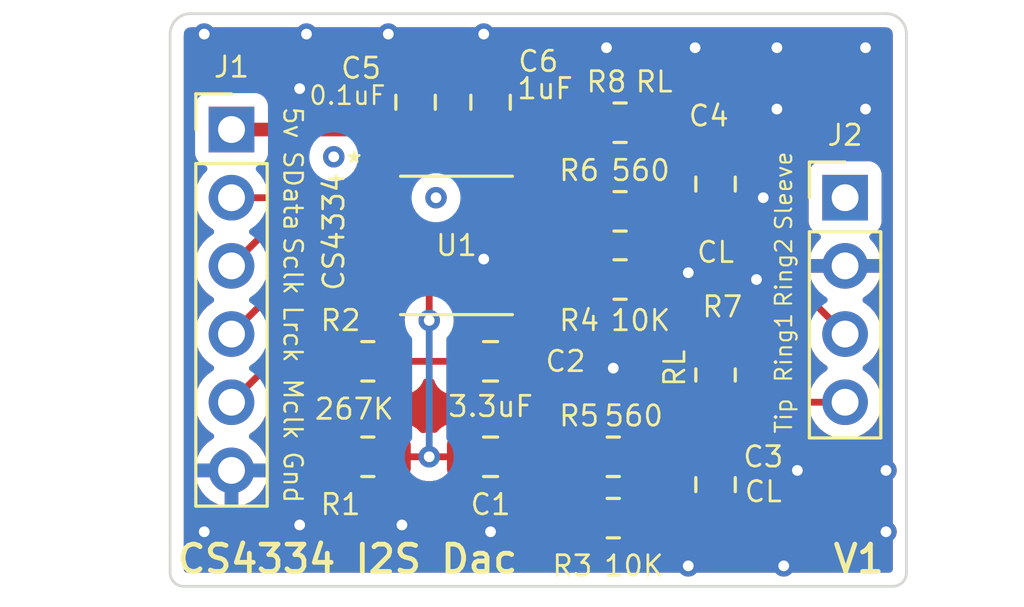
<source format=kicad_pcb>
(kicad_pcb (version 20211014) (generator pcbnew)
  (layers (0 "F.Cu" signal) (31 "B.Cu" signal) (34 "B.Paste" user) (35 "F.Paste" user) (36 "B.SilkS" user "B.Silkscreen") (37 "F.SilkS" user "F.Silkscreen") (38 "B.Mask" user) (39 "F.Mask" user) (44 "Edge.Cuts" user))
  (net 0 "")
  (net 1 "AOUTL")
  (net 2 "Net-(C1-Pad2)")
  (net 3 "AOUTR")
  (net 4 "Net-(C2-Pad2)")
  (net 5 "LEFTOUT")
  (net 6 "RIGHTOUT")
  (net 7 "+5V")
  (net 8 "SDATA")
  (net 9 "SCLK")
  (net 10 "LRCK")
  (net 11 "MCLK")
  (net 12 "GND")
  (footprint "Resistor_SMD:R_0805_2012Metric_Pad1.20x1.40mm_HandSolder" (layer "F.Cu") (at 160.02 108.712 180)
    (fp_text reference "R1" (at 1.016 -1.778) (layer "F.SilkS") (effects (font (size 0.762 0.762) (thickness 0.1016))))
    (fp_text value "267K" (at 0.508 1.778) (layer "F.SilkS") (effects (font (size 0.762 0.762) (thickness 0.1016))))
    (fp_line (start -0.227064 -0.735) (end 0.227064 -0.735) (layer "F.SilkS") (width 0.12))
    (fp_line (start -0.227064 0.735) (end 0.227064 0.735) (layer "F.SilkS") (width 0.12))
    (pad "1" smd roundrect (at -1 0 180) (size 1.2 1.4) (layers "F.Cu" "F.Paste" "F.Mask") (roundrect_rratio 0.2083333333) (net 1 "AOUTL"))
    (pad "2" smd roundrect (at 1 0 180) (size 1.2 1.4) (layers "F.Cu" "F.Paste" "F.Mask") (roundrect_rratio 0.2083333333) (net 12 "GND"))
  )
  (footprint "Capacitor_SMD:C_0805_2012Metric_Pad1.18x1.45mm_HandSolder" (layer "F.Cu") (at 164.592 108.712)
    (fp_text reference "C1" (at 0 1.778) (layer "F.SilkS") (effects (font (size 0.762 0.762) (thickness 0.1016))))
    (fp_text value "3.3uF")
    (fp_line (start -0.261252 -0.735) (end 0.261252 -0.735) (layer "F.SilkS") (width 0.12))
    (fp_line (start -0.261252 0.735) (end 0.261252 0.735) (layer "F.SilkS") (width 0.12))
    (pad "1" smd roundrect (at -1.0375 0) (size 1.175 1.45) (layers "F.Cu" "F.Paste" "F.Mask") (roundrect_rratio 0.2127659574) (net 1 "AOUTL"))
    (pad "2" smd roundrect (at 1.0375 0) (size 1.175 1.45) (layers "F.Cu" "F.Paste" "F.Mask") (roundrect_rratio 0.2127659574) (net 2 "Net-(C1-Pad2)"))
  )
  (footprint "Connector_PinHeader_2.54mm:PinHeader_1x04_P2.54mm_Vertical" (layer "F.Cu") (at 177.8 99.06)
    (fp_text reference "J2" (at 0 -2.33) (layer "F.SilkS") (effects (font (size 0.762 0.762) (thickness 0.1016))))
    (fp_text value "HeadphoneOutput")
    (fp_line (start -1.33 -1.33) (end 0 -1.33) (layer "F.SilkS") (width 0.12))
    (fp_line (start -1.33 1.27) (end -1.33 8.95) (layer "F.SilkS") (width 0.12))
    (fp_line (start -1.33 8.95) (end 1.33 8.95) (layer "F.SilkS") (width 0.12))
    (fp_line (start -1.33 1.27) (end 1.33 1.27) (layer "F.SilkS") (width 0.12))
    (fp_line (start -1.33 0) (end -1.33 -1.33) (layer "F.SilkS") (width 0.12))
    (fp_line (start 1.33 1.27) (end 1.33 8.95) (layer "F.SilkS") (width 0.12))
    (pad "1" thru_hole rect (at 0 0) (size 1.7 1.7) (drill 1) (layers *.Cu *.Mask))
    (pad "2" thru_hole oval (at 0 2.54) (size 1.7 1.7) (drill 1) (layers *.Cu *.Mask) (net 12 "GND"))
    (pad "3" thru_hole oval (at 0 5.08) (size 1.7 1.7) (drill 1) (layers *.Cu *.Mask) (net 6 "RIGHTOUT"))
    (pad "4" thru_hole oval (at 0 7.62) (size 1.7 1.7) (drill 1) (layers *.Cu *.Mask) (net 5 "LEFTOUT"))
  )
  (footprint "Resistor_SMD:R_0805_2012Metric_Pad1.20x1.40mm_HandSolder" (layer "F.Cu") (at 169.418 96.266 180)
    (fp_text reference "R8" (at 0.508 1.524) (layer "F.SilkS") (effects (font (size 0.762 0.762) (thickness 0.1016))))
    (fp_text value "RL" (at -1.27 1.524) (layer "F.SilkS") (effects (font (size 0.762 0.762) (thickness 0.1016))))
    (fp_line (start -0.227064 -0.735) (end 0.227064 -0.735) (layer "F.SilkS") (width 0.12))
    (fp_line (start -0.227064 0.735) (end 0.227064 0.735) (layer "F.SilkS") (width 0.12))
    (pad "1" smd roundrect (at -1 0 180) (size 1.2 1.4) (layers "F.Cu" "F.Paste" "F.Mask") (roundrect_rratio 0.2083333333) (net 6 "RIGHTOUT"))
    (pad "2" smd roundrect (at 1 0 180) (size 1.2 1.4) (layers "F.Cu" "F.Paste" "F.Mask") (roundrect_rratio 0.2083333333) (net 12 "GND"))
  )
  (footprint "Resistor_SMD:R_0805_2012Metric_Pad1.20x1.40mm_HandSolder" (layer "F.Cu") (at 169.418 102.108)
    (fp_text reference "R4" (at -1.524 1.524) (layer "F.SilkS") (effects (font (size 0.762 0.762) (thickness 0.1016))))
    (fp_text value "10K" (at 0.762 1.524) (layer "F.SilkS") (effects (font (size 0.762 0.762) (thickness 0.1016))))
    (fp_line (start -0.227064 -0.735) (end 0.227064 -0.735) (layer "F.SilkS") (width 0.12))
    (fp_line (start -0.227064 0.735) (end 0.227064 0.735) (layer "F.SilkS") (width 0.12))
    (pad "1" smd roundrect (at -1 0) (size 1.2 1.4) (layers "F.Cu" "F.Paste" "F.Mask") (roundrect_rratio 0.2083333333) (net 4 "Net-(C2-Pad2)"))
    (pad "2" smd roundrect (at 1 0) (size 1.2 1.4) (layers "F.Cu" "F.Paste" "F.Mask") (roundrect_rratio 0.2083333333) (net 12 "GND"))
  )
  (footprint "Resistor_SMD:R_0805_2012Metric_Pad1.20x1.40mm_HandSolder" (layer "F.Cu") (at 169.418 99.568)
    (fp_text reference "R6" (at -1.524 -1.524) (layer "F.SilkS") (effects (font (size 0.762 0.762) (thickness 0.1016))))
    (fp_text value "560" (at 0.762 -1.524) (layer "F.SilkS") (effects (font (size 0.762 0.762) (thickness 0.1016))))
    (fp_line (start -0.227064 -0.735) (end 0.227064 -0.735) (layer "F.SilkS") (width 0.12))
    (fp_line (start -0.227064 0.735) (end 0.227064 0.735) (layer "F.SilkS") (width 0.12))
    (pad "1" smd roundrect (at -1 0) (size 1.2 1.4) (layers "F.Cu" "F.Paste" "F.Mask") (roundrect_rratio 0.2083333333) (net 4 "Net-(C2-Pad2)"))
    (pad "2" smd roundrect (at 1 0) (size 1.2 1.4) (layers "F.Cu" "F.Paste" "F.Mask") (roundrect_rratio 0.2083333333) (net 6 "RIGHTOUT"))
  )
  (footprint "Resistor_SMD:R_0805_2012Metric_Pad1.20x1.40mm_HandSolder" (layer "F.Cu") (at 172.974 105.664 90)
    (fp_text reference "R7" (at 2.54 0.254 180) (layer "F.SilkS") (effects (font (size 0.762 0.762) (thickness 0.1016))))
    (fp_text value "RL" (at 0.254 -1.524 90) (layer "F.SilkS") (effects (font (size 0.762 0.762) (thickness 0.1016))))
    (fp_line (start -0.227064 -0.735) (end 0.227064 -0.735) (layer "F.SilkS") (width 0.12))
    (fp_line (start -0.227064 0.735) (end 0.227064 0.735) (layer "F.SilkS") (width 0.12))
    (pad "1" smd roundrect (at -1 0 90) (size 1.2 1.4) (layers "F.Cu" "F.Paste" "F.Mask") (roundrect_rratio 0.2083333333) (net 5 "LEFTOUT"))
    (pad "2" smd roundrect (at 1 0 90) (size 1.2 1.4) (layers "F.Cu" "F.Paste" "F.Mask") (roundrect_rratio 0.2083333333) (net 12 "GND"))
  )
  (footprint "Capacitor_SMD:C_0805_2012Metric_Pad1.18x1.45mm_HandSolder" (layer "F.Cu") (at 164.592 95.504 90)
    (fp_text reference "C6" (at 1.524 1.778 180) (layer "F.SilkS") (effects (font (size 0.762 0.762) (thickness 0.1016))))
    (fp_text value "1uF" (at 0.508 2.032 180) (layer "F.SilkS") (effects (font (size 0.762 0.762) (thickness 0.1016))))
    (fp_line (start -0.261252 -0.735) (end 0.261252 -0.735) (layer "F.SilkS") (width 0.12))
    (fp_line (start -0.261252 0.735) (end 0.261252 0.735) (layer "F.SilkS") (width 0.12))
    (pad "1" smd roundrect (at -1.0375 0 90) (size 1.175 1.45) (layers "F.Cu" "F.Paste" "F.Mask") (roundrect_rratio 0.2127659574) (net 7 "+5V"))
    (pad "2" smd roundrect (at 1.0375 0 90) (size 1.175 1.45) (layers "F.Cu" "F.Paste" "F.Mask") (roundrect_rratio 0.2127659574) (net 12 "GND"))
  )
  (footprint "ProjectFootprints:CS4334-KSZR" (layer "F.Cu") (at 163.322 100.838)
    (fp_text reference "U1" (at 0 0) (layer "F.SilkS") (effects (font (size 0.762 0.762) (thickness 0.1016))))
    (fp_text value "CS4334" (at -4.572 -0.508 90) (layer "F.SilkS") (effects (font (size 0.762 0.762) (thickness 0.1016))))
    (fp_text user "*" (at -3.81 -3.048) (layer "F.SilkS") (effects (font (size 0.762 0.762) (thickness 0.1016))))
    (fp_text user "*" (at -3.81 -3.048) (layer "F.SilkS") (effects (font (size 0.762 0.762) (thickness 0.1016))))
    (fp_line (start -2.0828 2.5781) (end 2.0828 2.5781) (layer "F.SilkS") (width 0.12))
    (fp_line (start 2.0828 -2.5781) (end -2.0828 -2.5781) (layer "F.SilkS") (width 0.12))
    (pad "1" smd rect (at -2.6543 -1.905) (size 1.397 0.5588) (layers "F.Cu" "F.Paste" "F.Mask") (net 8 "SDATA"))
    (pad "2" smd rect (at -2.6543 -0.635) (size 1.397 0.5588) (layers "F.Cu" "F.Paste" "F.Mask") (net 9 "SCLK"))
    (pad "3" smd rect (at -2.6543 0.635) (size 1.397 0.5588) (layers "F.Cu" "F.Paste" "F.Mask") (net 10 "LRCK"))
    (pad "4" smd rect (at -2.6543 1.905) (size 1.397 0.5588) (layers "F.Cu" "F.Paste" "F.Mask") (net 11 "MCLK"))
    (pad "5" smd rect (at 2.6543 1.905) (size 1.397 0.5588) (layers "F.Cu" "F.Paste" "F.Mask") (net 3 "AOUTR"))
    (pad "6" smd rect (at 2.6543 0.635) (size 1.397 0.5588) (layers "F.Cu" "F.Paste" "F.Mask") (net 12 "GND"))
    (pad "7" smd rect (at 2.6543 -0.635) (size 1.397 0.5588) (layers "F.Cu" "F.Paste" "F.Mask") (net 7 "+5V"))
    (pad "8" smd rect (at 2.6543 -1.905) (size 1.397 0.5588) (layers "F.Cu" "F.Paste" "F.Mask") (net 1 "AOUTL"))
  )
  (footprint "Capacitor_SMD:C_0805_2012Metric_Pad1.18x1.45mm_HandSolder" (layer "F.Cu") (at 172.974 98.552 90)
    (fp_text reference "C4" (at 2.54 -0.254 180) (layer "F.SilkS") (effects (font (size 0.762 0.762) (thickness 0.1016))))
    (fp_text value "CL" (at -2.54 0 180) (layer "F.SilkS") (effects (font (size 0.762 0.762) (thickness 0.1016))))
    (fp_line (start -0.261252 -0.735) (end 0.261252 -0.735) (layer "F.SilkS") (width 0.12))
    (fp_line (start -0.261252 0.735) (end 0.261252 0.735) (layer "F.SilkS") (width 0.12))
    (pad "1" smd roundrect (at -1.0375 0 90) (size 1.175 1.45) (layers "F.Cu" "F.Paste" "F.Mask") (roundrect_rratio 0.2127659574) (net 6 "RIGHTOUT"))
    (pad "2" smd roundrect (at 1.0375 0 90) (size 1.175 1.45) (layers "F.Cu" "F.Paste" "F.Mask") (roundrect_rratio 0.2127659574) (net 12 "GND"))
  )
  (footprint "Resistor_SMD:R_0805_2012Metric_Pad1.20x1.40mm_HandSolder" (layer "F.Cu") (at 169.164 110.998)
    (fp_text reference "R3" (at -1.524 1.778) (layer "F.SilkS") (effects (font (size 0.762 0.762) (thickness 0.1016))))
    (fp_text value "10K" (at 0.762 1.778) (layer "F.SilkS") (effects (font (size 0.762 0.762) (thickness 0.1016))))
    (fp_line (start -0.227064 -0.735) (end 0.227064 -0.735) (layer "F.SilkS") (width 0.12))
    (fp_line (start -0.227064 0.735) (end 0.227064 0.735) (layer "F.SilkS") (width 0.12))
    (pad "1" smd roundrect (at -1 0) (size 1.2 1.4) (layers "F.Cu" "F.Paste" "F.Mask") (roundrect_rratio 0.2083333333) (net 2 "Net-(C1-Pad2)"))
    (pad "2" smd roundrect (at 1 0) (size 1.2 1.4) (layers "F.Cu" "F.Paste" "F.Mask") (roundrect_rratio 0.2083333333) (net 12 "GND"))
  )
  (footprint "Capacitor_SMD:C_0805_2012Metric_Pad1.18x1.45mm_HandSolder" (layer "F.Cu") (at 161.798 95.504 90)
    (fp_text reference "C5" (at 1.27 -2.032 180) (layer "F.SilkS") (effects (font (size 0.762 0.762) (thickness 0.1016))))
    (fp_text value "0.1uF" (at 0.254 -2.54 180) (layer "F.SilkS") (effects (font (size 0.6858 0.6858) (thickness 0.0889))))
    (fp_line (start -0.261252 -0.735) (end 0.261252 -0.735) (layer "F.SilkS") (width 0.12))
    (fp_line (start -0.261252 0.735) (end 0.261252 0.735) (layer "F.SilkS") (width 0.12))
    (pad "1" smd roundrect (at -1.0375 0 90) (size 1.175 1.45) (layers "F.Cu" "F.Paste" "F.Mask") (roundrect_rratio 0.2127659574) (net 7 "+5V"))
    (pad "2" smd roundrect (at 1.0375 0 90) (size 1.175 1.45) (layers "F.Cu" "F.Paste" "F.Mask") (roundrect_rratio 0.2127659574) (net 12 "GND"))
  )
  (footprint "Capacitor_SMD:C_0805_2012Metric_Pad1.18x1.45mm_HandSolder" (layer "F.Cu") (at 172.974 109.7495 -90)
    (fp_text reference "C3" (at -1.0375 -1.778 180) (layer "F.SilkS") (effects (font (size 0.762 0.762) (thickness 0.1016))))
    (fp_text value "CL" (at 0.261252 -1.778 180) (layer "F.SilkS") (effects (font (size 0.762 0.762) (thickness 0.1016))))
    (fp_line (start -0.261252 -0.735) (end 0.261252 -0.735) (layer "F.SilkS") (width 0.12))
    (fp_line (start -0.261252 0.735) (end 0.261252 0.735) (layer "F.SilkS") (width 0.12))
    (pad "1" smd roundrect (at -1.0375 0 270) (size 1.175 1.45) (layers "F.Cu" "F.Paste" "F.Mask") (roundrect_rratio 0.2127659574) (net 5 "LEFTOUT"))
    (pad "2" smd roundrect (at 1.0375 0 270) (size 1.175 1.45) (layers "F.Cu" "F.Paste" "F.Mask") (roundrect_rratio 0.2127659574) (net 12 "GND"))
  )
  (footprint "Resistor_SMD:R_0805_2012Metric_Pad1.20x1.40mm_HandSolder" (layer "F.Cu") (at 169.164 108.712)
    (fp_text reference "R5" (at -1.27 -1.524) (layer "F.SilkS") (effects (font (size 0.762 0.762) (thickness 0.1016))))
    (fp_text value "560" (at 0.762 -1.524) (layer "F.SilkS") (effects (font (size 0.762 0.762) (thickness 0.1016))))
    (fp_line (start -0.227064 -0.735) (end 0.227064 -0.735) (layer "F.SilkS") (width 0.12))
    (fp_line (start -0.227064 0.735) (end 0.227064 0.735) (layer "F.SilkS") (width 0.12))
    (pad "1" smd roundrect (at -1 0) (size 1.2 1.4) (layers "F.Cu" "F.Paste" "F.Mask") (roundrect_rratio 0.2083333333) (net 2 "Net-(C1-Pad2)"))
    (pad "2" smd roundrect (at 1 0) (size 1.2 1.4) (layers "F.Cu" "F.Paste" "F.Mask") (roundrect_rratio 0.2083333333) (net 5 "LEFTOUT"))
  )
  (footprint "Capacitor_SMD:C_0805_2012Metric_Pad1.18x1.45mm_HandSolder" (layer "F.Cu") (at 164.592 105.156)
    (fp_text reference "C2" (at 2.794 0) (layer "F.SilkS") (effects (font (size 0.762 0.762) (thickness 0.1016))))
    (fp_text value "3.3uF" (at 0 1.68) (layer "F.SilkS") (effects (font (size 0.762 0.762) (thickness 0.1016))))
    (fp_line (start -0.261252 0.735) (end 0.261252 0.735) (layer "F.SilkS") (width 0.12))
    (fp_line (start -0.261252 -0.735) (end 0.261252 -0.735) (layer "F.SilkS") (width 0.12))
    (pad "1" smd roundrect (at -1.0375 0) (size 1.175 1.45) (layers "F.Cu" "F.Paste" "F.Mask") (roundrect_rratio 0.2127659574) (net 3 "AOUTR"))
    (pad "2" smd roundrect (at 1.0375 0) (size 1.175 1.45) (layers "F.Cu" "F.Paste" "F.Mask") (roundrect_rratio 0.2127659574) (net 4 "Net-(C2-Pad2)"))
  )
  (footprint "Connector_PinHeader_2.54mm:PinHeader_1x06_P2.54mm_Vertical" (layer "F.Cu") (at 154.94 96.52)
    (fp_text reference "J1" (at 0 -2.33) (layer "F.SilkS") (effects (font (size 0.762 0.762) (thickness 0.1016))))
    (fp_text value "I2S and Power Header")
    (fp_line (start -1.33 1.27) (end -1.33 14.03) (layer "F.SilkS") (width 0.12))
    (fp_line (start -1.33 1.27) (end 1.33 1.27) (layer "F.SilkS") (width 0.12))
    (fp_line (start -1.33 -1.33) (end 0 -1.33) (layer "F.SilkS") (width 0.12))
    (fp_line (start 1.33 1.27) (end 1.33 14.03) (layer "F.SilkS") (width 0.12))
    (fp_line (start -1.33 0) (end -1.33 -1.33) (layer "F.SilkS") (width 0.12))
    (fp_line (start -1.33 14.03) (end 1.33 14.03) (layer "F.SilkS") (width 0.12))
    (pad "1" thru_hole rect (at 0 0) (size 1.7 1.7) (drill 1) (layers *.Cu *.Mask) (net 7 "+5V"))
    (pad "2" thru_hole oval (at 0 2.54) (size 1.7 1.7) (drill 1) (layers *.Cu *.Mask) (net 8 "SDATA"))
    (pad "3" thru_hole oval (at 0 5.08) (size 1.7 1.7) (drill 1) (layers *.Cu *.Mask) (net 9 "SCLK"))
    (pad "4" thru_hole oval (at 0 7.62) (size 1.7 1.7) (drill 1) (layers *.Cu *.Mask) (net 10 "LRCK"))
    (pad "5" thru_hole oval (at 0 10.16) (size 1.7 1.7) (drill 1) (layers *.Cu *.Mask) (net 11 "MCLK"))
    (pad "6" thru_hole oval (at 0 12.7) (size 1.7 1.7) (drill 1) (layers *.Cu *.Mask) (net 12 "GND"))
  )
  (footprint "Resistor_SMD:R_0805_2012Metric_Pad1.20x1.40mm_HandSolder" (layer "F.Cu") (at 160.02 105.156 180)
    (fp_text reference "R2" (at 1.016 1.524) (layer "F.SilkS") (effects (font (size 0.762 0.762) (thickness 0.1016))))
    (fp_text value "267K")
    (fp_line (start -0.227064 0.735) (end 0.227064 0.735) (layer "F.SilkS") (width 0.12))
    (fp_line (start -0.227064 -0.735) (end 0.227064 -0.735) (layer "F.SilkS") (width 0.12))
    (pad "1" smd roundrect (at -1 0 180) (size 1.2 1.4) (layers "F.Cu" "F.Paste" "F.Mask") (roundrect_rratio 0.2083333333) (net 3 "AOUTR"))
    (pad "2" smd roundrect (at 1 0 180) (size 1.2 1.4) (layers "F.Cu" "F.Paste" "F.Mask") (roundrect_rratio 0.2083333333) (net 12 "GND"))
  )
  (gr_line (start 153.416 92.202) (end 179.324 92.202) (layer "Edge.Cuts") (width 0.1))
  (gr_arc (start 153.162 113.538) (mid 152.80279 113.38921) (end 152.654 113.03) (layer "Edge.Cuts") (width 0.1))
  (gr_arc (start 180.086 113.03) (mid 179.93721 113.38921) (end 179.578 113.538) (layer "Edge.Cuts") (width 0.1))
  (gr_line (start 152.654 92.964) (end 152.654 113.03) (layer "Edge.Cuts") (width 0.1))
  (gr_arc (start 152.654 92.964) (mid 152.877185 92.425185) (end 153.416 92.202) (layer "Edge.Cuts") (width 0.1))
  (gr_arc (start 179.324 92.202) (mid 179.862815 92.425185) (end 180.086 92.964) (layer "Edge.Cuts") (width 0.1))
  (gr_line (start 180.086 113.03) (end 180.086 92.964) (layer "Edge.Cuts") (width 0.1))
  (gr_line (start 179.578 113.538) (end 153.162 113.538) (layer "Edge.Cuts") (width 0.1))
  (gr_text "Sleeve" (at 175.514 98.806 90) (layer "F.SilkS") (effects (font (size 0.6096 0.6096) (thickness 0.07874))))
  (gr_text "CS4334 I2S Dac" (at 159.258 112.522) (layer "F.SilkS") (effects (font (size 1.016 1.016) (thickness 0.1778))))
  (gr_text "Ring2" (at 175.514 101.854 90) (layer "F.SilkS") (effects (font (size 0.6096 0.6096) (thickness 0.07874))))
  (gr_text "SData" (at 157.226 98.806 270) (layer "F.SilkS") (effects (font (size 0.6858 0.6858) (thickness 0.0889))))
  (gr_text "5v" (at 157.226 96.266 270) (layer "F.SilkS") (effects (font (size 0.6858 0.6858) (thickness 0.0889))))
  (gr_text "Sclk" (at 157.226 101.6 270) (layer "F.SilkS") (effects (font (size 0.6858 0.6858) (thickness 0.0889))))
  (gr_text "V1" (at 178.308 112.522) (layer "F.SilkS") (effects (font (size 1.016 1.016) (thickness 0.1778))))
  (gr_text "Lrck" (at 157.226 104.14 270) (layer "F.SilkS") (effects (font (size 0.6858 0.6858) (thickness 0.0889))))
  (gr_text "Ring1" (at 175.514 104.648 90) (layer "F.SilkS") (effects (font (size 0.6096 0.6096) (thickness 0.07874))))
  (gr_text "Tip" (at 175.514 107.188 90) (layer "F.SilkS") (effects (font (size 0.6096 0.6096) (thickness 0.07874))))
  (gr_text "Mclk" (at 157.226 106.934 270) (layer "F.SilkS") (effects (font (size 0.6858 0.6858) (thickness 0.0889))))
  (gr_text "Gnd" (at 157.226 109.474 270) (layer "F.SilkS") (effects (font (size 0.6858 0.6858) (thickness 0.0889))))
  (via (at 162.56 99.06) (size 0.8) (drill 0.4) (layers "F.Cu" "B.Cu") (net 0))
  (via (at 158.75 97.536) (size 0.8) (drill 0.4) (layers "F.Cu" "B.Cu") (net 0))
  (segment (start 165.5572 98.933) (end 162.306 102.1842) (width 0.254) (layer "F.Cu") (net 1))
  (segment (start 162.306 102.1842) (end 162.306 103.632) (width 0.254) (layer "F.Cu") (net 1))
  (segment (start 165.9763 98.933) (end 165.5572 98.933) (width 0.254) (layer "F.Cu") (net 1))
  (segment (start 161.02 108.712) (end 162.306 108.712) (width 0.254) (layer "F.Cu") (net 1))
  (segment (start 162.306 108.712) (end 163.5545 108.712) (width 0.254) (layer "F.Cu") (net 1))
  (via (at 162.306 108.712) (size 0.8) (drill 0.4) (layers "F.Cu" "B.Cu") (net 1))
  (via (at 162.306 103.632) (size 0.8) (drill 0.4) (layers "F.Cu" "B.Cu") (net 1))
  (segment (start 162.306 103.632) (end 162.306 108.712) (width 0.254) (layer "B.Cu") (net 1))
  (segment (start 165.6295 108.712) (end 168.164 108.712) (width 0.254) (layer "F.Cu") (net 2))
  (segment (start 168.164 110.998) (end 168.164 108.712) (width 0.254) (layer "F.Cu") (net 2))
  (segment (start 161.02 105.156) (end 163.5545 105.156) (width 0.254) (layer "F.Cu") (net 3))
  (segment (start 163.5545 105.156) (end 163.5633 105.156) (width 0.254) (layer "F.Cu") (net 3))
  (segment (start 163.5633 105.156) (end 165.9763 102.743) (width 0.254) (layer "F.Cu") (net 3))
  (segment (start 165.6295 105.156) (end 165.6295 104.8965) (width 0.254) (layer "F.Cu") (net 4))
  (segment (start 168.418 102.108) (end 168.418 99.568) (width 0.254) (layer "F.Cu") (net 4))
  (segment (start 165.6295 104.8965) (end 168.418 102.108) (width 0.254) (layer "F.Cu") (net 4))
  (segment (start 172.99 106.68) (end 177.8 106.68) (width 0.254) (layer "F.Cu") (net 5))
  (segment (start 172.974 108.712) (end 172.974 106.664) (width 0.254) (layer "F.Cu") (net 5))
  (segment (start 172.974 106.664) (end 172.99 106.68) (width 0.254) (layer "F.Cu") (net 5))
  (segment (start 170.164 108.712) (end 172.974 108.712) (width 0.254) (layer "F.Cu") (net 5))
  (segment (start 170.418 96.266) (end 170.418 99.568) (width 0.254) (layer "F.Cu") (net 6))
  (segment (start 170.418 99.568) (end 172.9525 99.568) (width 0.254) (layer "F.Cu") (net 6))
  (segment (start 177.8 104.14) (end 173.2495 99.5895) (width 0.254) (layer "F.Cu") (net 6))
  (segment (start 172.9525 99.568) (end 172.974 99.5895) (width 0.254) (layer "F.Cu") (net 6))
  (segment (start 173.2495 99.5895) (end 172.974 99.5895) (width 0.254) (layer "F.Cu") (net 6))
  (segment (start 165.9763 100.203) (end 166.5922 100.203) (width 0.508) (layer "F.Cu") (net 7))
  (segment (start 161.7765 96.52) (end 161.798 96.5415) (width 0.508) (layer "F.Cu") (net 7))
  (segment (start 161.798 96.5415) (end 164.592 96.5415) (width 0.508) (layer "F.Cu") (net 7))
  (segment (start 154.94 96.52) (end 161.7765 96.52) (width 0.508) (layer "F.Cu") (net 7))
  (segment (start 166.5922 100.203) (end 167.1288 99.6664) (width 0.508) (layer "F.Cu") (net 7))
  (segment (start 167.1288 99.6664) (end 167.1288 98.1996) (width 0.508) (layer "F.Cu") (net 7))
  (segment (start 167.1288 98.1996) (end 165.4707 96.5415) (width 0.508) (layer "F.Cu") (net 7))
  (segment (start 165.4707 96.5415) (end 164.592 96.5415) (width 0.508) (layer "F.Cu") (net 7))
  (segment (start 154.94 99.06) (end 160.5407 99.06) (width 0.254) (layer "F.Cu") (net 8))
  (segment (start 160.5407 99.06) (end 160.6677 98.933) (width 0.254) (layer "F.Cu") (net 8))
  (segment (start 154.94 101.6) (end 156.337 100.203) (width 0.254) (layer "F.Cu") (net 9))
  (segment (start 156.337 100.203) (end 160.6677 100.203) (width 0.254) (layer "F.Cu") (net 9))
  (segment (start 157.607 101.473) (end 160.6677 101.473) (width 0.254) (layer "F.Cu") (net 10))
  (segment (start 154.94 104.14) (end 157.607 101.473) (width 0.254) (layer "F.Cu") (net 10))
  (segment (start 154.94 106.68) (end 158.877 102.743) (width 0.254) (layer "F.Cu") (net 11))
  (segment (start 158.877 102.743) (end 160.6677 102.743) (width 0.254) (layer "F.Cu") (net 11))
  (segment (start 164.465 101.473) (end 164.338 101.346) (width 0.508) (layer "F.Cu") (net 12))
  (segment (start 161.798 94.4665) (end 164.592 94.4665) (width 0.508) (layer "F.Cu") (net 12))
  (segment (start 165.9763 101.473) (end 164.465 101.473) (width 0.508) (layer "F.Cu") (net 12))
  (via (at 169.164 105.41) (size 0.8) (drill 0.4) (layers "F.Cu" "B.Cu") (net 12))
  (via (at 164.338 101.346) (size 0.8) (drill 0.4) (layers "F.Cu" "B.Cu") (net 12))
  (via (at 172.212 93.472) (size 0.8) (drill 0.4) (layers "F.Cu" "B.Cu") (net 12))
  (via (at 164.592 111.506) (size 0.8) (drill 0.4) (layers "F.Cu" "B.Cu") (net 12))
  (via (at 171.958 101.854) (size 0.8) (drill 0.4) (layers "F.Cu" "B.Cu") (net 12))
  (via (at 176.022 109.22) (size 0.8) (drill 0.4) (layers "F.Cu" "B.Cu") (net 12))
  (via (at 160.782 92.964) (size 0.8) (drill 0.4) (layers "F.Cu" "B.Cu") (net 12))
  (via (at 175.26 93.472) (size 0.8) (drill 0.4) (layers "F.Cu" "B.Cu") (net 12))
  (via (at 168.91 93.472) (size 0.8) (drill 0.4) (layers "F.Cu" "B.Cu") (net 12))
  (via (at 175.26 95.758) (size 0.8) (drill 0.4) (layers "F.Cu" "B.Cu") (net 12))
  (via (at 174.752 99.06) (size 0.8) (drill 0.4) (layers "F.Cu" "B.Cu") (net 12))
  (via (at 179.324 111.506) (size 0.8) (drill 0.4) (layers "F.Cu" "B.Cu") (net 12))
  (via (at 153.924 111.506) (size 0.8) (drill 0.4) (layers "F.Cu" "B.Cu") (net 12))
  (via (at 157.48 94.996) (size 0.8) (drill 0.4) (layers "F.Cu" "B.Cu") (net 12))
  (via (at 171.958 112.776) (size 0.8) (drill 0.4) (layers "F.Cu" "B.Cu") (net 12))
  (via (at 175.514 112.776) (size 0.8) (drill 0.4) (layers "F.Cu" "B.Cu") (net 12))
  (via (at 174.498 102.108) (size 0.8) (drill 0.4) (layers "F.Cu" "B.Cu") (net 12))
  (via (at 161.29 111.252) (size 0.8) (drill 0.4) (layers "F.Cu" "B.Cu") (net 12))
  (via (at 164.338 92.964) (size 0.8) (drill 0.4) (layers "F.Cu" "B.Cu") (net 12))
  (via (at 153.924 92.964) (size 0.8) (drill 0.4) (layers "F.Cu" "B.Cu") (net 12))
  (via (at 157.734 92.964) (size 0.8) (drill 0.4) (layers "F.Cu" "B.Cu") (net 12))
  (via (at 178.562 95.758) (size 0.8) (drill 0.4) (layers "F.Cu" "B.Cu") (net 12))
  (via (at 179.324 109.22) (size 0.8) (drill 0.4) (layers "F.Cu" "B.Cu") (net 12))
  (via (at 178.562 93.472) (size 0.8) (drill 0.4) (layers "F.Cu" "B.Cu") (net 12))
  (via (at 157.48 111.252) (size 0.8) (drill 0.4) (layers "F.Cu" "B.Cu") (net 12))
  (zone (net 12) (net_name "GND") (layer "F.Cu") (connect_pads (clearance 0.508)) (min_thickness 0.254) (fill yes (thermal_gap 0.508) (thermal_bridge_width 0.508))
    (polygon (pts (xy 180.848 114.3) (xy 152.146 114.3) (xy 152.146 91.694) (xy 180.848 91.694)))
  )
  (zone (net 12) (net_name "GND") (layer "B.Cu") (connect_pads (clearance 0.508)) (min_thickness 0.254) (fill yes (thermal_gap 0.508) (thermal_bridge_width 0.508))
    (polygon (pts (xy 180.848 114.3) (xy 152.4 114.3) (xy 152.146 91.694) (xy 180.848 91.694)))
  )
)
</source>
